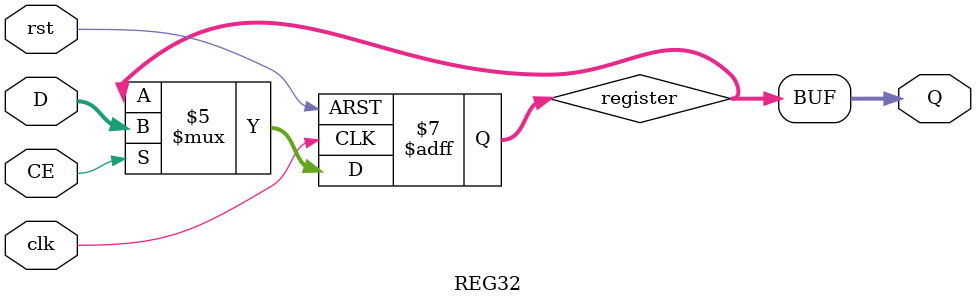
<source format=v>
`timescale 1ns / 1ps
module REG32(
		input clk,
		input rst,
		input CE,
		input [31:0] D,
		output [31:0] Q
    );
	 
	reg [31:0] register;
	assign Q = register;
	
	initial begin
		register = 0;
	end
	
	always@(posedge clk or posedge rst)
	begin
		if(rst == 1)
			register <= 32'b0;
		else if(CE == 1)
			register <= D;
	end

endmodule

</source>
